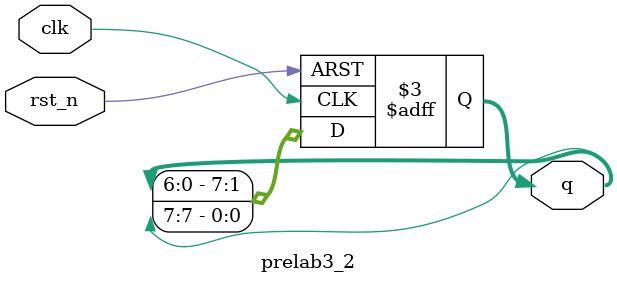
<source format=v>
`timescale 1ns / 1ps

module prelab3_2(
q, // shifter output
clk, // global clock
rst_n // active low reset
);
output [7:0] q; // output
input clk; // global clock
input rst_n; // active low reset
reg [7:0] q; // output
// Sequential logics: Flip flops
always @(posedge clk or negedge rst_n)
if (~rst_n)
begin
q<=8'b01010101;
end
else
begin
q[0]<=q[7];
q[1]<=q[0];
q[2]<=q[1];
q[3]<=q[2];
q[4]<=q[3];
q[5]<=q[4];
q[6]<=q[5];
q[7]<=q[6];
end
endmodule
</source>
